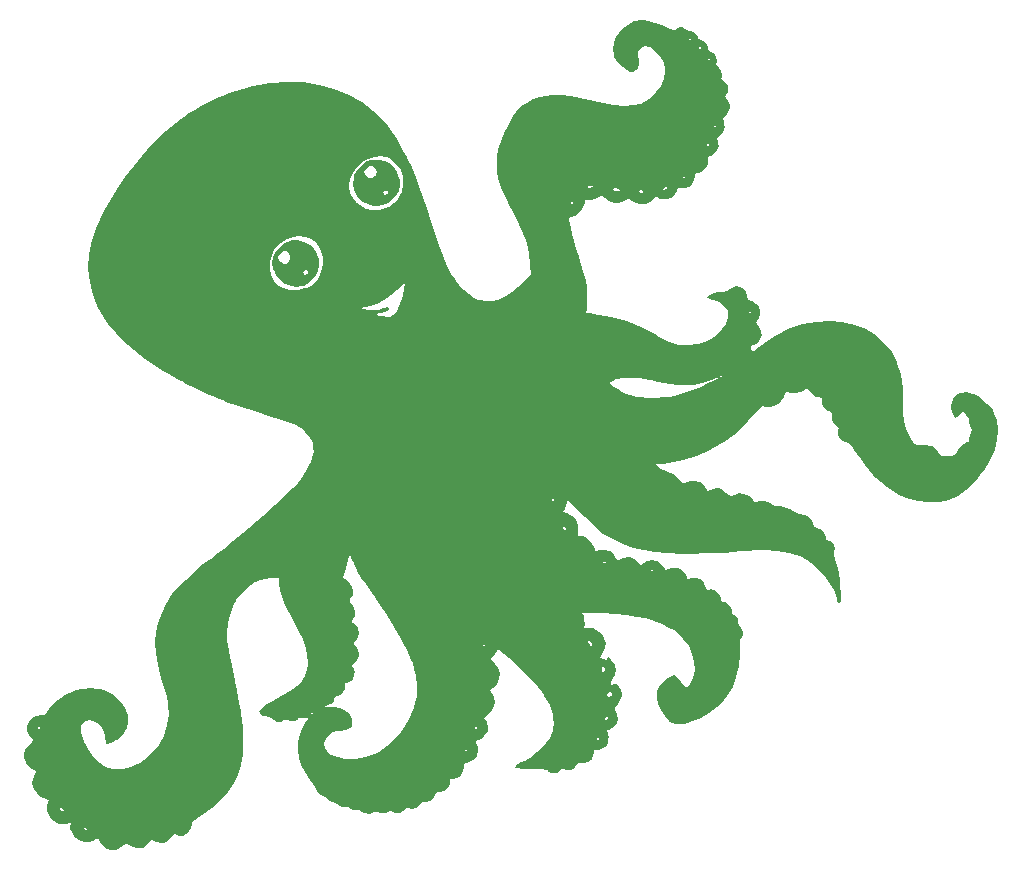
<source format=gbo>
G04 #@! TF.GenerationSoftware,KiCad,Pcbnew,6.0.9-8da3e8f707~117~ubuntu22.04.1*
G04 #@! TF.CreationDate,2022-12-03T17:44:34-08:00*
G04 #@! TF.ProjectId,ch348_octo_serial,63683334-385f-46f6-9374-6f5f73657269,rev?*
G04 #@! TF.SameCoordinates,Original*
G04 #@! TF.FileFunction,Legend,Bot*
G04 #@! TF.FilePolarity,Positive*
%FSLAX46Y46*%
G04 Gerber Fmt 4.6, Leading zero omitted, Abs format (unit mm)*
G04 Created by KiCad (PCBNEW 6.0.9-8da3e8f707~117~ubuntu22.04.1) date 2022-12-03 17:44:34*
%MOMM*%
%LPD*%
G01*
G04 APERTURE LIST*
G04 APERTURE END LIST*
G04 #@! TO.C,H2*
G36*
X98121598Y-68581936D02*
G01*
X98421373Y-68646644D01*
X98914913Y-68900986D01*
X99163480Y-69125505D01*
X99461840Y-69567033D01*
X99643307Y-70079670D01*
X99656848Y-70226536D01*
X99692494Y-70613195D01*
X99594013Y-71117386D01*
X99408252Y-71460847D01*
X99122626Y-71820929D01*
X98793581Y-72134514D01*
X98476732Y-72340708D01*
X98408746Y-72366729D01*
X98124865Y-72432825D01*
X97807241Y-72464970D01*
X97366134Y-72431195D01*
X96824503Y-72249006D01*
X96367241Y-71930732D01*
X96017222Y-71499247D01*
X95914735Y-71256049D01*
X98348446Y-71256049D01*
X98396310Y-71402684D01*
X98497404Y-71463787D01*
X98649103Y-71406470D01*
X98720401Y-71308526D01*
X98736920Y-71146465D01*
X98620816Y-71049889D01*
X98569621Y-71044715D01*
X98421671Y-71112441D01*
X98348446Y-71256049D01*
X95914735Y-71256049D01*
X95797319Y-70977423D01*
X95730407Y-70388136D01*
X95751755Y-70114165D01*
X95784810Y-69991501D01*
X96241048Y-69991501D01*
X96298855Y-70170567D01*
X96481950Y-70371929D01*
X96735022Y-70506619D01*
X96798931Y-70520182D01*
X97013131Y-70473864D01*
X97170569Y-70310148D01*
X97251529Y-70077411D01*
X97236297Y-69824029D01*
X97105158Y-69598375D01*
X96930578Y-69474762D01*
X96692151Y-69466907D01*
X96439897Y-69638705D01*
X96301679Y-69820453D01*
X96241048Y-69991501D01*
X95784810Y-69991501D01*
X95847004Y-69760709D01*
X96042859Y-69431935D01*
X96367369Y-69069785D01*
X96421871Y-69015924D01*
X96683940Y-68788906D01*
X96933274Y-68652905D01*
X97250621Y-68561447D01*
X97298970Y-68551356D01*
X97859781Y-68525420D01*
X98121598Y-68581936D01*
G37*
G36*
X104828279Y-61712527D02*
G01*
X105160338Y-61778730D01*
X105233959Y-61793408D01*
X105605440Y-61967870D01*
X106009207Y-62313698D01*
X106309110Y-62761045D01*
X106488400Y-63273742D01*
X106496198Y-63374525D01*
X106530329Y-63815623D01*
X106418147Y-64350519D01*
X106274729Y-64627200D01*
X105946906Y-65011871D01*
X105525371Y-65338287D01*
X105061751Y-65568932D01*
X104607669Y-65666287D01*
X104252522Y-65628164D01*
X103823193Y-65497374D01*
X103414950Y-65304077D01*
X103107037Y-65079271D01*
X102874845Y-64773289D01*
X102741990Y-64461851D01*
X105123275Y-64461851D01*
X105190943Y-64598645D01*
X105305002Y-64666047D01*
X105456929Y-64598644D01*
X105508765Y-64513319D01*
X105478318Y-64392405D01*
X105354391Y-64331419D01*
X105190943Y-64375610D01*
X105123275Y-64461851D01*
X102741990Y-64461851D01*
X102671180Y-64295859D01*
X102575543Y-63767000D01*
X102605036Y-63249060D01*
X102640093Y-63086510D01*
X102729752Y-62812018D01*
X102777565Y-62736023D01*
X103524211Y-62736023D01*
X103579516Y-62910858D01*
X103665572Y-63048763D01*
X103929392Y-63234501D01*
X104018874Y-63261808D01*
X104200400Y-63246190D01*
X104393838Y-63095947D01*
X104488502Y-62977527D01*
X104558755Y-62719641D01*
X104462891Y-62476177D01*
X104208749Y-62281625D01*
X104054754Y-62228087D01*
X103906021Y-62263190D01*
X103720319Y-62422428D01*
X103575091Y-62586492D01*
X103524211Y-62736023D01*
X102777565Y-62736023D01*
X102873061Y-62584241D01*
X103114017Y-62323138D01*
X103312922Y-62136310D01*
X103556661Y-61936013D01*
X103736793Y-61820058D01*
X103954916Y-61750701D01*
X104374591Y-61698779D01*
X104828279Y-61712527D01*
G37*
G36*
X133389225Y-60887042D02*
G01*
X133155315Y-61177084D01*
X132825282Y-61359393D01*
X132791002Y-61370248D01*
X132662709Y-61439762D01*
X132607257Y-61571415D01*
X132595297Y-61824577D01*
X132583783Y-62032814D01*
X132502977Y-62272345D01*
X132308817Y-62506605D01*
X132051623Y-62711776D01*
X131761058Y-62820550D01*
X131743315Y-62822432D01*
X131574177Y-62854784D01*
X131506551Y-62942846D01*
X131488322Y-63149465D01*
X131447860Y-63394664D01*
X131270339Y-63741864D01*
X130988249Y-64002952D01*
X130640597Y-64146300D01*
X130266392Y-64140278D01*
X130223291Y-64130708D01*
X130042374Y-64119896D01*
X129984626Y-64173941D01*
X129960508Y-64365808D01*
X129825527Y-64610247D01*
X129619525Y-64838131D01*
X129385274Y-64991139D01*
X129260741Y-65032873D01*
X128901801Y-65075025D01*
X128560890Y-65022494D01*
X128310398Y-64882590D01*
X128287509Y-64860126D01*
X128186173Y-64793344D01*
X128090869Y-64839496D01*
X127949249Y-65018242D01*
X127714744Y-65255902D01*
X127337390Y-65443665D01*
X126919959Y-65493746D01*
X126510122Y-65402240D01*
X126155550Y-65165240D01*
X126111886Y-65122200D01*
X125968671Y-65014216D01*
X125836262Y-65024752D01*
X125638927Y-65151847D01*
X125513872Y-65231741D01*
X125090067Y-65379618D01*
X124650760Y-65378403D01*
X124242296Y-65233501D01*
X123911020Y-64950319D01*
X123840699Y-64864269D01*
X123724930Y-64771324D01*
X123592064Y-64787255D01*
X123374243Y-64906528D01*
X123025066Y-65048126D01*
X122591525Y-65103861D01*
X122369181Y-65103043D01*
X122216927Y-65124870D01*
X122163230Y-65195974D01*
X122161962Y-65341918D01*
X122132506Y-65570975D01*
X121971176Y-65908616D01*
X121707922Y-66217153D01*
X121385343Y-66450057D01*
X121046039Y-66560795D01*
X120979939Y-66579280D01*
X120879429Y-66686327D01*
X120870833Y-66784970D01*
X120898758Y-67082752D01*
X120977442Y-67507198D01*
X121099947Y-68029788D01*
X121259342Y-68622000D01*
X121448694Y-69255315D01*
X121661065Y-69901212D01*
X121663540Y-69908391D01*
X121966158Y-70839057D01*
X122185944Y-71646998D01*
X122328348Y-72367715D01*
X122398817Y-73036705D01*
X122402805Y-73689471D01*
X122345757Y-74361512D01*
X122305092Y-74690408D01*
X122645623Y-74726028D01*
X122682931Y-74729931D01*
X122856613Y-74749030D01*
X124372566Y-75000350D01*
X125785425Y-75391688D01*
X127088579Y-75920849D01*
X128275415Y-76585640D01*
X128474748Y-76710614D01*
X129302939Y-77128058D01*
X130116049Y-77367470D01*
X130924182Y-77429890D01*
X131737442Y-77316361D01*
X132565935Y-77027924D01*
X132855712Y-76880548D01*
X133374499Y-76516323D01*
X133803366Y-76079737D01*
X134120807Y-75599957D01*
X134305321Y-75106154D01*
X134335406Y-74627499D01*
X134288175Y-74475872D01*
X136054408Y-74475872D01*
X136058344Y-74601553D01*
X136096509Y-74660800D01*
X136175758Y-74675836D01*
X136213001Y-74609007D01*
X136192958Y-74488381D01*
X136093882Y-74446589D01*
X136054408Y-74475872D01*
X134288175Y-74475872D01*
X134258887Y-74381847D01*
X134007294Y-74068535D01*
X133598274Y-73793193D01*
X133045137Y-73566765D01*
X132799495Y-73484967D01*
X132607616Y-73404762D01*
X132542219Y-73340754D01*
X132575447Y-73275679D01*
X132645471Y-73230526D01*
X135031226Y-73230526D01*
X135058070Y-73277868D01*
X135159233Y-73348407D01*
X135180137Y-73325516D01*
X135108733Y-73230526D01*
X135035411Y-73177747D01*
X135031226Y-73230526D01*
X132645471Y-73230526D01*
X132776664Y-73145929D01*
X133106042Y-73020487D01*
X133479198Y-72933415D01*
X133824125Y-72906031D01*
X133915894Y-72906703D01*
X134209771Y-72854142D01*
X134443015Y-72691039D01*
X134615541Y-72554615D01*
X134956512Y-72429744D01*
X135300278Y-72449338D01*
X135606224Y-72598817D01*
X135668251Y-72671008D01*
X135833732Y-72863604D01*
X135942188Y-73229123D01*
X135947897Y-73292396D01*
X135982243Y-73495972D01*
X136058831Y-73589886D01*
X136217961Y-73633185D01*
X136394924Y-73696380D01*
X136673372Y-73895979D01*
X136725171Y-73956167D01*
X136904497Y-74164536D01*
X137025684Y-74439544D01*
X137028674Y-74458172D01*
X137017428Y-74783883D01*
X136918144Y-75121715D01*
X136758018Y-75376469D01*
X136694438Y-75472572D01*
X136728710Y-75589974D01*
X136888056Y-75769457D01*
X136959668Y-75850396D01*
X137122517Y-76186623D01*
X137136338Y-76423545D01*
X137144105Y-76556688D01*
X137035980Y-76914549D01*
X136809686Y-77214167D01*
X136476769Y-77409501D01*
X136440465Y-77421700D01*
X136265058Y-77494250D01*
X136252701Y-77518876D01*
X136222836Y-77578396D01*
X136234508Y-77610504D01*
X136278484Y-77731484D01*
X136281818Y-77738870D01*
X136313450Y-77808933D01*
X136395151Y-77954415D01*
X136473257Y-77959075D01*
X136602275Y-77841422D01*
X136678432Y-77772918D01*
X136893462Y-77597288D01*
X137189181Y-77366921D01*
X137525197Y-77113661D01*
X138290880Y-76602750D01*
X139396902Y-76040407D01*
X140553759Y-75641259D01*
X141742778Y-75411359D01*
X142945286Y-75356760D01*
X143980621Y-75452110D01*
X145021487Y-75695382D01*
X145970107Y-76077538D01*
X146815216Y-76591626D01*
X147545550Y-77230698D01*
X148149844Y-77987803D01*
X148616835Y-78855993D01*
X148644302Y-78921001D01*
X148817888Y-79392373D01*
X148943990Y-79876204D01*
X149029538Y-80414467D01*
X149081464Y-81049135D01*
X149106700Y-81822180D01*
X149124685Y-82567040D01*
X149156735Y-83210837D01*
X149207367Y-83732351D01*
X149281937Y-84161954D01*
X149385800Y-84530018D01*
X149524312Y-84866917D01*
X149702829Y-85203022D01*
X149776512Y-85327842D01*
X149986118Y-85638359D01*
X150170353Y-85812576D01*
X150362669Y-85874667D01*
X150596520Y-85848804D01*
X150713999Y-85832600D01*
X151047969Y-85848364D01*
X151395383Y-85927711D01*
X151572807Y-85990401D01*
X151790593Y-86096273D01*
X151946730Y-86244035D01*
X152113826Y-86490569D01*
X152266246Y-86718237D01*
X152382355Y-86838728D01*
X152468516Y-86846400D01*
X152538243Y-86826379D01*
X152757951Y-86794517D01*
X153048589Y-86771676D01*
X153262342Y-86757527D01*
X153455834Y-86718456D01*
X153568904Y-86630327D01*
X153661097Y-86463145D01*
X153771122Y-86267928D01*
X154009730Y-85970145D01*
X154276702Y-85742957D01*
X154522094Y-85634436D01*
X154626795Y-85612192D01*
X154721161Y-85531434D01*
X154747172Y-85338603D01*
X154785475Y-85112316D01*
X154891852Y-84841837D01*
X154963799Y-84621147D01*
X154880216Y-84421002D01*
X154777553Y-84205734D01*
X154732839Y-83934954D01*
X154684035Y-83674017D01*
X154467513Y-83324396D01*
X154202187Y-83012872D01*
X153907885Y-83327945D01*
X153892272Y-83344598D01*
X153698692Y-83526350D01*
X153564054Y-83564566D01*
X153451151Y-83449219D01*
X153322777Y-83170285D01*
X153306287Y-83128227D01*
X153206174Y-82650058D01*
X153259807Y-82193343D01*
X153462690Y-81802041D01*
X153685425Y-81586440D01*
X154047033Y-81424591D01*
X154492103Y-81409255D01*
X155035712Y-81537901D01*
X155160857Y-81580832D01*
X155429973Y-81690290D01*
X155654010Y-81823475D01*
X155888394Y-82017481D01*
X156188554Y-82309400D01*
X156265142Y-82386790D01*
X156534438Y-82674161D01*
X156713657Y-82908379D01*
X156839975Y-83144477D01*
X156950567Y-83437491D01*
X157038823Y-83737581D01*
X157156265Y-84567497D01*
X157105364Y-85428369D01*
X156889665Y-86303463D01*
X156512710Y-87176049D01*
X155978044Y-88029395D01*
X155921184Y-88106622D01*
X155211703Y-88969549D01*
X154496016Y-89653539D01*
X153771403Y-90160871D01*
X153035142Y-90493823D01*
X152294195Y-90672360D01*
X151363567Y-90728820D01*
X150388285Y-90616914D01*
X149379581Y-90337122D01*
X149278801Y-90298719D01*
X148812701Y-90076218D01*
X148284127Y-89768946D01*
X147745935Y-89411471D01*
X147250983Y-89038361D01*
X146852131Y-88684187D01*
X146814134Y-88645327D01*
X146566160Y-88367602D01*
X146253779Y-87989886D01*
X145907362Y-87551840D01*
X145557280Y-87093123D01*
X145233903Y-86653398D01*
X144967598Y-86272324D01*
X144788737Y-85989563D01*
X144725378Y-85890728D01*
X144543873Y-85723381D01*
X144253722Y-85596355D01*
X144021305Y-85504555D01*
X143849608Y-85377837D01*
X143722588Y-85177715D01*
X143715811Y-85163834D01*
X143640287Y-84895522D01*
X143650000Y-84649837D01*
X143659184Y-84618318D01*
X143676453Y-84463762D01*
X143602943Y-84335184D01*
X143407451Y-84170986D01*
X143318953Y-84101884D01*
X143168858Y-83948567D01*
X143105412Y-83771004D01*
X143092327Y-83490877D01*
X143091703Y-83399739D01*
X143073499Y-83171701D01*
X143014542Y-83061316D01*
X142894048Y-83019137D01*
X142738544Y-82965859D01*
X142531870Y-82823975D01*
X142486670Y-82770684D01*
X142367652Y-82552270D01*
X142281539Y-82291774D01*
X142246703Y-82056106D01*
X142281514Y-81912174D01*
X142289901Y-81898690D01*
X142225709Y-81850448D01*
X142036746Y-81825883D01*
X141992221Y-81823815D01*
X141783481Y-81782466D01*
X141586130Y-81665537D01*
X141338938Y-81439089D01*
X140962167Y-81062317D01*
X140674921Y-81266532D01*
X140378961Y-81409297D01*
X140008817Y-81488691D01*
X139646686Y-81490709D01*
X139366373Y-81407407D01*
X139254190Y-81345870D01*
X139180004Y-81360303D01*
X139159299Y-81524720D01*
X139153181Y-81572537D01*
X139040643Y-81833347D01*
X138804676Y-82148941D01*
X138764425Y-82193513D01*
X138368704Y-82515013D01*
X137944327Y-82657839D01*
X137492452Y-82621577D01*
X137213937Y-82546180D01*
X135994534Y-83816790D01*
X135791416Y-84027898D01*
X135386410Y-84442744D01*
X135060971Y-84762550D01*
X134784646Y-85014278D01*
X134526979Y-85224891D01*
X134257517Y-85421354D01*
X133945803Y-85630626D01*
X133803699Y-85722490D01*
X132612876Y-86394540D01*
X131403723Y-86897527D01*
X130146434Y-87241945D01*
X128811207Y-87438288D01*
X128174379Y-87496167D01*
X128547997Y-87790657D01*
X128661844Y-87871859D01*
X129023786Y-88070438D01*
X129387130Y-88206648D01*
X129447056Y-88222654D01*
X129732927Y-88322733D01*
X129943305Y-88466888D01*
X130163376Y-88710401D01*
X130474105Y-89092652D01*
X130885837Y-88973828D01*
X130986276Y-88947561D01*
X131487098Y-88904278D01*
X131921770Y-89015267D01*
X132269318Y-89271605D01*
X132508765Y-89664365D01*
X132512291Y-89673224D01*
X132589201Y-89763977D01*
X132707797Y-89689840D01*
X132777906Y-89644113D01*
X133008949Y-89571244D01*
X133303069Y-89533724D01*
X133553598Y-89530965D01*
X133744767Y-89570342D01*
X133919702Y-89683115D01*
X134147914Y-89899366D01*
X134187082Y-89938487D01*
X134389820Y-90131707D01*
X134521339Y-90216064D01*
X134630043Y-90209741D01*
X134764334Y-90130920D01*
X134862224Y-90073484D01*
X135257856Y-89962366D01*
X135675278Y-89999278D01*
X136066149Y-90173907D01*
X136382122Y-90475946D01*
X136427210Y-90537256D01*
X136559788Y-90677382D01*
X136701254Y-90702121D01*
X136930942Y-90634378D01*
X136938313Y-90631811D01*
X137313318Y-90588442D01*
X137701402Y-90679374D01*
X138020805Y-90885748D01*
X138131417Y-90942875D01*
X138380525Y-91008354D01*
X138695813Y-91054436D01*
X138738144Y-91058501D01*
X139072068Y-91099298D01*
X139310593Y-91161584D01*
X139531558Y-91273977D01*
X139812804Y-91465095D01*
X139823640Y-91472660D01*
X140113314Y-91616905D01*
X140418250Y-91693530D01*
X140802314Y-91758066D01*
X141196824Y-91930158D01*
X141440459Y-92200367D01*
X141535202Y-92570249D01*
X141535397Y-92574113D01*
X141558564Y-92732618D01*
X141644381Y-92816797D01*
X141850059Y-92883582D01*
X141873773Y-92890263D01*
X142224882Y-93062317D01*
X142465362Y-93322519D01*
X142560080Y-93633749D01*
X142560715Y-93653220D01*
X142581843Y-93829278D01*
X142666439Y-93918686D01*
X142871096Y-93985442D01*
X143020234Y-94032959D01*
X143178780Y-94141951D01*
X143290617Y-94349646D01*
X143343096Y-94620834D01*
X143304555Y-94898508D01*
X143265382Y-95150523D01*
X143348271Y-95507493D01*
X143362047Y-95540705D01*
X143471478Y-95875640D01*
X143576557Y-96309552D01*
X143672889Y-96807933D01*
X143756080Y-97336279D01*
X143821734Y-97860082D01*
X143865456Y-98344837D01*
X143882853Y-98756036D01*
X143869528Y-99059175D01*
X143821087Y-99219745D01*
X143793093Y-99243031D01*
X143679319Y-99227756D01*
X143574329Y-99097506D01*
X143521803Y-98899078D01*
X143521673Y-98896761D01*
X143438919Y-98546099D01*
X143240740Y-98112431D01*
X142950769Y-97628807D01*
X142592638Y-97128278D01*
X142189980Y-96643890D01*
X141766426Y-96208695D01*
X141345611Y-95855741D01*
X141145350Y-95717972D01*
X140362192Y-95304837D01*
X139466004Y-94999204D01*
X138488654Y-94810174D01*
X137462011Y-94746846D01*
X137375589Y-94748105D01*
X137034927Y-94761348D01*
X136564133Y-94787144D01*
X136000053Y-94823194D01*
X135379531Y-94867195D01*
X134739411Y-94916848D01*
X134009681Y-94968312D01*
X133159690Y-95014674D01*
X132283500Y-95051037D01*
X131450006Y-95074559D01*
X130728098Y-95082397D01*
X130420103Y-95080533D01*
X129221718Y-95040282D01*
X128157530Y-94942770D01*
X127194854Y-94781428D01*
X126301005Y-94549685D01*
X125443295Y-94240975D01*
X124589040Y-93848730D01*
X123682755Y-93390872D01*
X122194753Y-91960563D01*
X120706751Y-90530252D01*
X120673186Y-90811255D01*
X120614284Y-91054442D01*
X120493624Y-91320438D01*
X120347626Y-91548620D01*
X120708591Y-91657671D01*
X121130849Y-91865606D01*
X121164487Y-91901732D01*
X121441273Y-92198982D01*
X121612611Y-92632515D01*
X121631781Y-93145134D01*
X121585523Y-93556692D01*
X121867908Y-93565507D01*
X121931797Y-93571617D01*
X122242455Y-93687447D01*
X122429065Y-93821372D01*
X122558704Y-93914409D01*
X122631159Y-93993456D01*
X122826953Y-94207064D01*
X122993609Y-94519969D01*
X123010420Y-94571286D01*
X123081854Y-94757575D01*
X123127912Y-94828780D01*
X123347608Y-94783157D01*
X123886441Y-94755046D01*
X124325099Y-94874889D01*
X124616116Y-95102588D01*
X124671559Y-95145968D01*
X124933804Y-95571566D01*
X124953729Y-95611270D01*
X125036133Y-95659921D01*
X125170796Y-95559080D01*
X125203125Y-95531213D01*
X125449461Y-95422406D01*
X125798259Y-95371008D01*
X125971542Y-95366618D01*
X126197276Y-95392999D01*
X126378505Y-95491654D01*
X126596263Y-95695537D01*
X126934970Y-96039970D01*
X127162925Y-95835636D01*
X127430178Y-95657072D01*
X127828502Y-95567986D01*
X128253206Y-95655705D01*
X128491002Y-95783814D01*
X128589395Y-95876014D01*
X128732506Y-96010118D01*
X128981782Y-96363464D01*
X129054326Y-96414030D01*
X129210070Y-96366127D01*
X129271986Y-96334060D01*
X129505689Y-96277922D01*
X129797634Y-96258789D01*
X130058519Y-96278395D01*
X130291046Y-96363707D01*
X130487674Y-96528382D01*
X130516737Y-96552722D01*
X130586420Y-96627760D01*
X130749008Y-96854098D01*
X130823117Y-97040845D01*
X130858544Y-97182782D01*
X130945187Y-97190735D01*
X131217382Y-97115902D01*
X131596377Y-97127844D01*
X131950210Y-97244687D01*
X131954600Y-97247056D01*
X132169113Y-97384423D01*
X132296331Y-97546774D01*
X132396713Y-97810759D01*
X132441098Y-97948637D01*
X132508781Y-98113417D01*
X132575038Y-98159407D01*
X132672532Y-98123668D01*
X132860774Y-98084501D01*
X133130347Y-98156282D01*
X133389918Y-98332345D01*
X133592215Y-98578460D01*
X133689963Y-98860395D01*
X133714240Y-99023385D01*
X133781025Y-99120348D01*
X133937594Y-99146514D01*
X134062921Y-99170345D01*
X134325375Y-99329863D01*
X134522467Y-99591338D01*
X134605513Y-99899858D01*
X134615398Y-100036565D01*
X134675654Y-100188684D01*
X134824920Y-100266106D01*
X134956801Y-100325520D01*
X135135741Y-100542567D01*
X135183132Y-100880287D01*
X135216186Y-101075304D01*
X135385664Y-101336122D01*
X135434401Y-101390129D01*
X135575113Y-101670029D01*
X135584033Y-101963899D01*
X135456043Y-102208309D01*
X135428309Y-102247886D01*
X135361784Y-102480874D01*
X135317361Y-102882206D01*
X135296191Y-103443014D01*
X135294819Y-103520675D01*
X135216034Y-104581281D01*
X135022150Y-105516771D01*
X134705698Y-106347094D01*
X134259208Y-107092201D01*
X133675209Y-107772043D01*
X133375159Y-108061345D01*
X133044408Y-108339996D01*
X132701073Y-108571054D01*
X132274536Y-108806681D01*
X132006662Y-108942317D01*
X131298810Y-109258052D01*
X130701628Y-109450358D01*
X130200875Y-109521771D01*
X129782311Y-109474821D01*
X129431692Y-109312038D01*
X129299236Y-109211337D01*
X128934176Y-108821555D01*
X128631711Y-108336618D01*
X128413710Y-107805806D01*
X128302040Y-107278398D01*
X128318571Y-106803671D01*
X128413390Y-106512127D01*
X128670800Y-106081625D01*
X129022582Y-105713392D01*
X129419672Y-105466988D01*
X129452939Y-105453584D01*
X129713216Y-105381057D01*
X129915393Y-105416386D01*
X130101749Y-105579587D01*
X130314560Y-105890678D01*
X130411764Y-106045634D01*
X130545330Y-106226293D01*
X130657283Y-106306616D01*
X130789496Y-106324884D01*
X130807021Y-106324729D01*
X130945177Y-106297733D01*
X131056734Y-106193430D01*
X131191589Y-105967470D01*
X131359197Y-105580856D01*
X131489271Y-104930676D01*
X131463875Y-104246291D01*
X131287988Y-103554587D01*
X130966586Y-102882453D01*
X130504647Y-102256779D01*
X130322022Y-102060477D01*
X130039172Y-101800742D01*
X129717175Y-101570749D01*
X129291789Y-101320928D01*
X128692255Y-101015997D01*
X128056476Y-100756062D01*
X127380328Y-100548344D01*
X126635871Y-100386826D01*
X125795162Y-100265485D01*
X124830262Y-100178307D01*
X123713229Y-100119271D01*
X121977668Y-100051472D01*
X122075919Y-100361977D01*
X122141165Y-100669884D01*
X122163133Y-100996247D01*
X122152096Y-101320015D01*
X122571392Y-101326564D01*
X122724574Y-101333264D01*
X122946016Y-101378807D01*
X123152675Y-101494213D01*
X123413666Y-101711033D01*
X123439210Y-101733965D01*
X123496024Y-101790333D01*
X123690500Y-101983278D01*
X123835496Y-102196756D01*
X123915746Y-102434248D01*
X123934730Y-102659513D01*
X123878751Y-103047042D01*
X123744730Y-103426767D01*
X123556692Y-103713124D01*
X123515689Y-103755757D01*
X123468889Y-103835240D01*
X123536437Y-103895345D01*
X123746878Y-103975443D01*
X123803132Y-103994443D01*
X124001113Y-104030902D01*
X124048898Y-103965790D01*
X124044295Y-103883749D01*
X124119010Y-103843777D01*
X124275950Y-103923539D01*
X124399168Y-104033689D01*
X124489422Y-104114371D01*
X124744083Y-104477200D01*
X124836227Y-104883432D01*
X124751024Y-105321150D01*
X124488474Y-105793740D01*
X124385351Y-105971866D01*
X124362601Y-106135107D01*
X124460763Y-106190078D01*
X124666946Y-106113668D01*
X124671751Y-106110877D01*
X124792769Y-106070528D01*
X124906669Y-106130683D01*
X124972652Y-106208579D01*
X125065261Y-106317907D01*
X125093783Y-106357370D01*
X125241134Y-106643989D01*
X125305432Y-106920394D01*
X125291654Y-107078979D01*
X125184844Y-107423609D01*
X125005916Y-107761954D01*
X124794425Y-108009690D01*
X124732309Y-108080850D01*
X124731309Y-108098396D01*
X124723966Y-108227220D01*
X124826892Y-108462186D01*
X124913318Y-108664587D01*
X124964694Y-109039329D01*
X124967824Y-109062155D01*
X124883968Y-109431084D01*
X124675150Y-109730060D01*
X124354771Y-109917769D01*
X124191571Y-109970856D01*
X124055847Y-110036373D01*
X124042765Y-110119306D01*
X124121901Y-110265024D01*
X124146597Y-110318246D01*
X124193692Y-110565708D01*
X124186504Y-110858379D01*
X124149571Y-111060153D01*
X124050994Y-111276714D01*
X123861559Y-111450488D01*
X123853805Y-111455988D01*
X123568500Y-111592669D01*
X123264194Y-111653246D01*
X122938426Y-111660248D01*
X122944082Y-111954661D01*
X122914394Y-112213125D01*
X122827819Y-112452699D01*
X122734615Y-112565719D01*
X122462363Y-112736609D01*
X122136921Y-112821041D01*
X121839208Y-112791301D01*
X121828080Y-112787206D01*
X121637115Y-112758307D01*
X121536972Y-112859637D01*
X121529780Y-112877129D01*
X121375831Y-113162032D01*
X121181137Y-113312796D01*
X120889900Y-113373754D01*
X120809922Y-113377907D01*
X120557298Y-113355922D01*
X120398241Y-113289467D01*
X120294136Y-113234829D01*
X120187678Y-113333425D01*
X120029641Y-113520302D01*
X119732393Y-113660486D01*
X119393501Y-113638716D01*
X119370055Y-113630956D01*
X119158168Y-113532335D01*
X119043153Y-113428867D01*
X119026675Y-113414318D01*
X118868728Y-113373424D01*
X118573836Y-113338910D01*
X118175326Y-113313947D01*
X117706525Y-113301706D01*
X117482315Y-113298574D01*
X116941352Y-113279000D01*
X116566174Y-113242039D01*
X116345522Y-113185258D01*
X116268139Y-113106221D01*
X116322768Y-113002495D01*
X116341268Y-112987019D01*
X116499249Y-112888184D01*
X116762846Y-112743751D01*
X117086135Y-112579186D01*
X117242115Y-112500608D01*
X117550797Y-112325816D01*
X117829703Y-112129071D01*
X118129112Y-111872647D01*
X118499301Y-111518817D01*
X118616568Y-111403216D01*
X118908731Y-111107274D01*
X119107012Y-110883195D01*
X119199550Y-110750019D01*
X123213265Y-110750019D01*
X123252376Y-110819594D01*
X123284929Y-110825854D01*
X123380666Y-110819594D01*
X123386925Y-110807298D01*
X123380665Y-110691305D01*
X123351830Y-110652194D01*
X123252376Y-110691305D01*
X123213265Y-110750019D01*
X119199550Y-110750019D01*
X119240436Y-110691177D01*
X119338027Y-110491416D01*
X119428809Y-110244108D01*
X119489538Y-110040109D01*
X119571586Y-109357667D01*
X119530108Y-109036514D01*
X123884177Y-109036514D01*
X123925895Y-109119760D01*
X123947895Y-109137000D01*
X124047948Y-109124152D01*
X124115432Y-109010836D01*
X124105052Y-108862175D01*
X124045930Y-108783775D01*
X123978379Y-108860558D01*
X123943984Y-108933456D01*
X123888577Y-109028789D01*
X123884177Y-109036514D01*
X119530108Y-109036514D01*
X119478713Y-108638582D01*
X119210472Y-107880731D01*
X118766421Y-107081991D01*
X118707477Y-107001701D01*
X124083569Y-107001701D01*
X124158256Y-107171201D01*
X124233338Y-107202853D01*
X124357113Y-107144631D01*
X124445065Y-107009768D01*
X124443939Y-106856862D01*
X124391969Y-106789262D01*
X124239276Y-106748139D01*
X124125975Y-106829770D01*
X124083569Y-107001701D01*
X118707477Y-107001701D01*
X118529294Y-106758990D01*
X118181665Y-106342715D01*
X117752789Y-105864290D01*
X117270417Y-105352511D01*
X116762300Y-104836178D01*
X116670649Y-104747067D01*
X123600478Y-104747067D01*
X123648915Y-104970756D01*
X123675058Y-105036956D01*
X123746603Y-105147075D01*
X123823199Y-105117196D01*
X123834244Y-105105069D01*
X123892690Y-104941732D01*
X123867685Y-104763363D01*
X123770080Y-104662777D01*
X123673602Y-104656217D01*
X123600478Y-104747067D01*
X116670649Y-104747067D01*
X116256188Y-104344092D01*
X115779831Y-103905051D01*
X115360981Y-103547855D01*
X115130605Y-103363817D01*
X114943148Y-103227512D01*
X114834526Y-103183902D01*
X114770132Y-103221176D01*
X114715358Y-103327524D01*
X114714240Y-103329996D01*
X114577520Y-103551409D01*
X114388953Y-103775135D01*
X114357596Y-103806644D01*
X114236314Y-103951732D01*
X114249300Y-104052805D01*
X114398125Y-104178919D01*
X114614057Y-104375625D01*
X114618771Y-104383086D01*
X114862845Y-104769323D01*
X114965890Y-105207303D01*
X114923159Y-105651530D01*
X114734612Y-106063966D01*
X114400218Y-106406578D01*
X114385815Y-106417039D01*
X114214491Y-106556392D01*
X114173899Y-106650822D01*
X114241845Y-106748204D01*
X114318983Y-106859906D01*
X114372173Y-106936932D01*
X114496571Y-107274692D01*
X114553579Y-107640573D01*
X114523355Y-107949872D01*
X114364006Y-108276698D01*
X114094268Y-108604334D01*
X113786181Y-108826255D01*
X113730815Y-108854156D01*
X113650274Y-108939769D01*
X113725753Y-109054478D01*
X113726624Y-109055881D01*
X113903043Y-109339486D01*
X113985729Y-109700572D01*
X113982743Y-109731584D01*
X113952410Y-110046672D01*
X113890063Y-110196770D01*
X113681780Y-110499885D01*
X113414331Y-110740632D01*
X113143032Y-110863207D01*
X113082987Y-110874805D01*
X112981862Y-110921981D01*
X112979758Y-111029783D01*
X113066486Y-111249645D01*
X113121554Y-111406753D01*
X113147131Y-111813442D01*
X113014907Y-112188112D01*
X112741550Y-112497151D01*
X112343729Y-112706953D01*
X112132095Y-112778793D01*
X111982503Y-112849510D01*
X111935761Y-112927075D01*
X111952221Y-113045803D01*
X111961332Y-113193348D01*
X111887441Y-113500192D01*
X111729080Y-113797003D01*
X111522063Y-114004001D01*
X111310699Y-114095607D01*
X111029250Y-114151554D01*
X110753871Y-114164827D01*
X110744883Y-114452758D01*
X110725415Y-114597088D01*
X110568377Y-114905209D01*
X110285066Y-115129178D01*
X109911966Y-115234742D01*
X109848693Y-115240451D01*
X109645117Y-115274796D01*
X109551202Y-115351384D01*
X109507904Y-115510515D01*
X109507289Y-115513968D01*
X109367598Y-115841199D01*
X109099272Y-116048792D01*
X108722054Y-116121399D01*
X108507606Y-116133458D01*
X108317509Y-116206530D01*
X108159119Y-116379992D01*
X108118773Y-116431614D01*
X107850211Y-116640294D01*
X107541373Y-116712742D01*
X107247734Y-116633526D01*
X107146608Y-116583581D01*
X107021856Y-116599043D01*
X106884468Y-116753424D01*
X106808208Y-116840283D01*
X106525271Y-117000122D01*
X106190906Y-117027568D01*
X105868213Y-116912729D01*
X105816113Y-116881235D01*
X105633082Y-116828241D01*
X105479201Y-116918436D01*
X105478591Y-116919044D01*
X105234023Y-117047190D01*
X104921507Y-117059260D01*
X104614654Y-116952365D01*
X104462223Y-116897167D01*
X104294244Y-116948789D01*
X104156003Y-117037435D01*
X103870540Y-117092404D01*
X103567904Y-117051698D01*
X103329339Y-116917918D01*
X103135711Y-116785979D01*
X102899441Y-116790824D01*
X102676789Y-116805246D01*
X102413900Y-116707121D01*
X102239828Y-116513612D01*
X102169559Y-116453009D01*
X102002559Y-116497092D01*
X101932005Y-116528033D01*
X101676949Y-116535218D01*
X101419391Y-116435381D01*
X101241903Y-116254819D01*
X101139599Y-116147422D01*
X100882035Y-116097840D01*
X100769185Y-116094914D01*
X100579863Y-116024077D01*
X100396511Y-115829823D01*
X100211018Y-115635170D01*
X100020214Y-115567396D01*
X99875745Y-115534823D01*
X99670107Y-115390473D01*
X99501619Y-115186948D01*
X99431788Y-114985114D01*
X99429449Y-114964347D01*
X99350300Y-114789758D01*
X99177221Y-114529200D01*
X98935436Y-114221482D01*
X98639907Y-113839078D01*
X98220997Y-113112327D01*
X97974825Y-112362059D01*
X97895718Y-111573837D01*
X97924892Y-111136883D01*
X100098155Y-111136883D01*
X100142494Y-111479802D01*
X100355920Y-111795106D01*
X100734184Y-112072633D01*
X101273043Y-112302221D01*
X101890038Y-112443432D01*
X102705679Y-112464891D01*
X103563930Y-112314521D01*
X104458096Y-111992970D01*
X104539421Y-111955861D01*
X104719952Y-111862009D01*
X112052374Y-111862009D01*
X112134542Y-111800604D01*
X112183761Y-111736684D01*
X112219489Y-111589330D01*
X112185500Y-111528827D01*
X112119989Y-111575504D01*
X112059128Y-111749692D01*
X112054658Y-111771038D01*
X112052374Y-111862009D01*
X104719952Y-111862009D01*
X104836335Y-111801505D01*
X105115134Y-111615625D01*
X105422703Y-111364132D01*
X105805925Y-111012933D01*
X105879720Y-110943219D01*
X106206651Y-110630902D01*
X106445251Y-110387509D01*
X106630982Y-110167631D01*
X106799299Y-109925859D01*
X106801886Y-109921568D01*
X112860937Y-109921568D01*
X112887951Y-109960651D01*
X112985440Y-109925354D01*
X113025381Y-109869712D01*
X113021298Y-109761207D01*
X113004352Y-109747715D01*
X112896795Y-109757421D01*
X112881245Y-109777864D01*
X112860937Y-109921568D01*
X106801886Y-109921568D01*
X106985665Y-109616786D01*
X107225537Y-109195002D01*
X107309615Y-109042115D01*
X107720466Y-108115395D01*
X107831448Y-107676504D01*
X113438239Y-107676504D01*
X113438239Y-107740649D01*
X113502384Y-107740649D01*
X113502384Y-107676505D01*
X113438239Y-107676504D01*
X107831448Y-107676504D01*
X107953392Y-107194266D01*
X108009509Y-106264039D01*
X107889932Y-105310026D01*
X107839923Y-105141294D01*
X113711429Y-105141294D01*
X113734061Y-105258374D01*
X113768610Y-105324066D01*
X113826629Y-105359582D01*
X113821476Y-105232101D01*
X113808461Y-105193396D01*
X113734204Y-105121408D01*
X113711429Y-105141294D01*
X107839923Y-105141294D01*
X107595775Y-104317538D01*
X107483347Y-104032310D01*
X107107712Y-103204275D01*
X106796884Y-102607552D01*
X113526000Y-102607552D01*
X113547473Y-102733969D01*
X113587287Y-102843902D01*
X113650986Y-102919107D01*
X113695102Y-102895604D01*
X113691123Y-102784118D01*
X113601995Y-102648442D01*
X113581161Y-102629018D01*
X113526000Y-102607552D01*
X106796884Y-102607552D01*
X106696584Y-102414999D01*
X122437725Y-102414999D01*
X122480263Y-102547306D01*
X122535538Y-102663137D01*
X122631474Y-102813036D01*
X122728140Y-102856046D01*
X122796191Y-102780339D01*
X122780167Y-102632271D01*
X122729395Y-102556963D01*
X122562798Y-102432699D01*
X122501397Y-102408441D01*
X122437725Y-102414999D01*
X106696584Y-102414999D01*
X106626328Y-102280122D01*
X106053496Y-101285118D01*
X105403510Y-100244528D01*
X104690670Y-99183618D01*
X104398929Y-98764438D01*
X103976000Y-98155948D01*
X103637231Y-97665230D01*
X103370563Y-97272492D01*
X103273481Y-97124703D01*
X129805825Y-97124703D01*
X129807549Y-97141782D01*
X129891351Y-97210230D01*
X129920680Y-97200972D01*
X129891351Y-97124704D01*
X129852764Y-97095375D01*
X129805825Y-97124703D01*
X103273481Y-97124703D01*
X103163938Y-96957943D01*
X103005298Y-96701791D01*
X102913938Y-96539830D01*
X127767005Y-96539830D01*
X127788215Y-96556251D01*
X127934938Y-96579474D01*
X127969837Y-96565126D01*
X127974581Y-96490828D01*
X127953372Y-96474408D01*
X127806649Y-96451184D01*
X127771749Y-96465532D01*
X127767005Y-96539830D01*
X102913938Y-96539830D01*
X102882583Y-96484245D01*
X102783734Y-96285515D01*
X102696693Y-96085808D01*
X102609400Y-95865332D01*
X102597536Y-95834239D01*
X123725890Y-95834239D01*
X123747100Y-95850659D01*
X123893822Y-95873882D01*
X123928722Y-95859535D01*
X123933467Y-95785236D01*
X123912257Y-95768816D01*
X123765533Y-95745593D01*
X123730634Y-95759940D01*
X123725890Y-95834239D01*
X102597536Y-95834239D01*
X102509796Y-95604298D01*
X102304852Y-95066799D01*
X102234434Y-95285527D01*
X102218303Y-95338019D01*
X102150441Y-95575610D01*
X102057989Y-95913032D01*
X101956109Y-96295292D01*
X101748202Y-97086330D01*
X102055017Y-97313124D01*
X102257739Y-97498844D01*
X102477491Y-97848796D01*
X102565976Y-98229038D01*
X102516075Y-98596778D01*
X102320663Y-98909227D01*
X102266577Y-99007728D01*
X102308237Y-99147934D01*
X102466029Y-99369074D01*
X102624595Y-99636939D01*
X102715099Y-100003577D01*
X102682821Y-100352821D01*
X102525152Y-100629078D01*
X102456368Y-100704587D01*
X102429467Y-100815840D01*
X102558836Y-100932059D01*
X102716573Y-101063028D01*
X102936526Y-101385935D01*
X103025383Y-101752160D01*
X102976083Y-102114385D01*
X102781570Y-102425291D01*
X102758836Y-102448149D01*
X102640889Y-102593052D01*
X102652645Y-102709344D01*
X102796635Y-102872067D01*
X102899748Y-102992734D01*
X102999891Y-103224510D01*
X103027556Y-103555466D01*
X103025847Y-103694123D01*
X102996318Y-103926305D01*
X102902298Y-104089572D01*
X102708298Y-104262522D01*
X102604359Y-104346803D01*
X102473496Y-104475792D01*
X102460035Y-104568060D01*
X102544437Y-104672499D01*
X102610890Y-104764954D01*
X102672370Y-104984000D01*
X102688500Y-105041472D01*
X102678377Y-105363049D01*
X102577837Y-105651004D01*
X102427052Y-105810356D01*
X102140465Y-105960205D01*
X102076332Y-105981865D01*
X101904756Y-106057343D01*
X101850679Y-106157830D01*
X101869328Y-106347232D01*
X101865304Y-106511087D01*
X101743077Y-106788572D01*
X101513714Y-107016737D01*
X101221628Y-107141141D01*
X101167501Y-107151794D01*
X101025958Y-107222616D01*
X100970590Y-107392179D01*
X100911709Y-107581257D01*
X100700117Y-107809279D01*
X100356718Y-107919777D01*
X100319958Y-107924616D01*
X100149124Y-107964424D01*
X100107527Y-108008607D01*
X100138704Y-108021591D01*
X100309850Y-108032575D01*
X100564851Y-108015893D01*
X100673150Y-108009058D01*
X101057322Y-108040914D01*
X101466455Y-108137364D01*
X101831787Y-108278939D01*
X102084557Y-108446169D01*
X102092943Y-108454708D01*
X102286972Y-108736316D01*
X102434074Y-109092360D01*
X102492406Y-109422663D01*
X102449477Y-109639315D01*
X102278387Y-109833766D01*
X101961783Y-109970151D01*
X101483714Y-110058524D01*
X101159246Y-110104415D01*
X100891167Y-110172220D01*
X100690825Y-110277402D01*
X100496645Y-110444010D01*
X100227149Y-110776511D01*
X100098155Y-111136883D01*
X97924892Y-111136883D01*
X97930479Y-111053203D01*
X98066186Y-110376464D01*
X98288201Y-109755704D01*
X98579179Y-109249900D01*
X98714892Y-109064984D01*
X98780351Y-108950795D01*
X98739812Y-108928257D01*
X98594905Y-108968165D01*
X98381017Y-108998430D01*
X98171977Y-108959488D01*
X98024159Y-108928946D01*
X97895548Y-109050217D01*
X97788870Y-109156337D01*
X97541092Y-109253617D01*
X97259593Y-109267077D01*
X97026021Y-109184138D01*
X96906328Y-109134159D01*
X96736192Y-109166169D01*
X96444128Y-109310287D01*
X96124388Y-109303920D01*
X95833965Y-109123202D01*
X95598490Y-108945313D01*
X95223198Y-108841976D01*
X94958162Y-108787278D01*
X94939579Y-108774446D01*
X98949021Y-108774446D01*
X98987138Y-108764816D01*
X99101902Y-108670747D01*
X99165529Y-108585350D01*
X99172051Y-108484318D01*
X99117858Y-108482136D01*
X99019171Y-108588016D01*
X98968216Y-108687861D01*
X98949021Y-108774446D01*
X94939579Y-108774446D01*
X94705118Y-108612549D01*
X94643490Y-108513184D01*
X94629807Y-108365135D01*
X94725095Y-108207031D01*
X94944156Y-108024373D01*
X95301792Y-107802658D01*
X95812805Y-107527387D01*
X96501023Y-107153331D01*
X97217440Y-106706110D01*
X97779368Y-106272125D01*
X98199590Y-105837681D01*
X98490898Y-105389081D01*
X98666077Y-104912634D01*
X98737914Y-104394642D01*
X98741473Y-104262013D01*
X98697101Y-103661407D01*
X98548208Y-103021400D01*
X98286374Y-102312864D01*
X97903182Y-101506674D01*
X97754957Y-101219691D01*
X97485619Y-100698106D01*
X97218453Y-100180609D01*
X96994014Y-99745748D01*
X96730596Y-99201720D01*
X96509528Y-98633117D01*
X96377363Y-98108673D01*
X96318182Y-97577320D01*
X96293892Y-97098528D01*
X95804325Y-97092701D01*
X95494670Y-97115096D01*
X95078798Y-97188090D01*
X94677844Y-97294993D01*
X94540589Y-97340453D01*
X94288239Y-97434282D01*
X94085342Y-97538595D01*
X93888049Y-97683418D01*
X93652513Y-97898780D01*
X93334886Y-98214711D01*
X93257751Y-98292617D01*
X92962157Y-98599277D01*
X92757622Y-98837900D01*
X92611233Y-99056020D01*
X92490077Y-99301168D01*
X92361243Y-99620880D01*
X92212731Y-100056281D01*
X92074340Y-100549898D01*
X91979261Y-100985967D01*
X91935376Y-101259681D01*
X91901337Y-101535758D01*
X91883958Y-101809056D01*
X91885747Y-102099567D01*
X91909216Y-102427278D01*
X91956875Y-102812182D01*
X92031234Y-103274268D01*
X92134804Y-103833524D01*
X92270094Y-104509943D01*
X92439616Y-105323512D01*
X92556125Y-105871821D01*
X92645880Y-106294225D01*
X92716506Y-106627993D01*
X92829140Y-107172258D01*
X92929744Y-107672435D01*
X93009446Y-108084130D01*
X93059373Y-108362952D01*
X93095970Y-108598822D01*
X93228392Y-109796801D01*
X93266009Y-110937657D01*
X93210672Y-112000816D01*
X93064233Y-112965703D01*
X92828543Y-113811745D01*
X92505453Y-114518367D01*
X92346429Y-114764714D01*
X91961000Y-115255099D01*
X91474714Y-115782143D01*
X90923192Y-116310563D01*
X90342060Y-116805082D01*
X89766940Y-117230420D01*
X88956710Y-117778520D01*
X88921152Y-118076208D01*
X88865007Y-118273740D01*
X88675923Y-118573838D01*
X88411261Y-118818055D01*
X88126755Y-118945411D01*
X87905214Y-118944095D01*
X87639208Y-118877707D01*
X87495501Y-118827057D01*
X87375598Y-118835812D01*
X87245975Y-118936352D01*
X87054410Y-119153290D01*
X86899294Y-119329612D01*
X86734568Y-119469283D01*
X86557190Y-119528401D01*
X86296352Y-119543408D01*
X85939176Y-119506785D01*
X85690959Y-119378206D01*
X85623394Y-119314030D01*
X85528154Y-119269903D01*
X85425339Y-119334733D01*
X85263814Y-119526238D01*
X85218625Y-119579993D01*
X84975163Y-119809090D01*
X84735797Y-119959257D01*
X84638164Y-119991220D01*
X84270810Y-120010526D01*
X83893745Y-119911718D01*
X83587353Y-119712098D01*
X83535027Y-119660883D01*
X83414012Y-119578414D01*
X83299559Y-119612340D01*
X83126690Y-119770963D01*
X82924353Y-119942634D01*
X82517810Y-120139909D01*
X82100893Y-120176316D01*
X81705162Y-120051926D01*
X81362182Y-119766814D01*
X81284126Y-119670201D01*
X81118985Y-119441561D01*
X81024622Y-119275172D01*
X81011321Y-119243161D01*
X80935561Y-119176234D01*
X80810347Y-119264940D01*
X80537724Y-119433174D01*
X80160038Y-119507608D01*
X79745520Y-119478450D01*
X79348827Y-119349944D01*
X79071116Y-119158403D01*
X82199776Y-119158403D01*
X82199777Y-119222548D01*
X82263922Y-119222548D01*
X82263922Y-119158404D01*
X82199776Y-119158403D01*
X79071116Y-119158403D01*
X79024615Y-119126331D01*
X78904907Y-118980288D01*
X78736824Y-118668602D01*
X78635329Y-118339689D01*
X78632459Y-118223760D01*
X79734881Y-118223760D01*
X79766263Y-118302092D01*
X79834166Y-118377850D01*
X79984482Y-118446397D01*
X79987904Y-118446365D01*
X80019826Y-118408120D01*
X79890652Y-118302093D01*
X79826188Y-118260986D01*
X79734881Y-118223760D01*
X78632459Y-118223760D01*
X78628623Y-118068852D01*
X78645550Y-117914642D01*
X78598984Y-117815327D01*
X78491385Y-117863509D01*
X78341919Y-117917234D01*
X78083264Y-117933605D01*
X77784178Y-117912965D01*
X77513233Y-117855853D01*
X77422020Y-117821444D01*
X77079589Y-117584163D01*
X76827127Y-117233907D01*
X76681731Y-116815144D01*
X76671506Y-116601911D01*
X77714230Y-116601911D01*
X77740113Y-116726752D01*
X77863127Y-116865373D01*
X77925789Y-116889376D01*
X78051747Y-116887445D01*
X78052142Y-116784918D01*
X77920409Y-116610942D01*
X77793856Y-116493512D01*
X77727982Y-116481543D01*
X77714230Y-116601911D01*
X76671506Y-116601911D01*
X76660497Y-116372347D01*
X76780524Y-115949986D01*
X76773090Y-115925111D01*
X76652678Y-115847370D01*
X76429947Y-115759771D01*
X76169204Y-115649875D01*
X75788644Y-115366184D01*
X75530910Y-114999283D01*
X75409019Y-114582030D01*
X75414185Y-114498768D01*
X76433763Y-114498768D01*
X76444324Y-114582533D01*
X76504985Y-114657584D01*
X76533311Y-114628131D01*
X76505578Y-114498768D01*
X76497975Y-114482032D01*
X76447159Y-114404300D01*
X76433763Y-114498768D01*
X75414185Y-114498768D01*
X75435991Y-114147285D01*
X75624846Y-113727905D01*
X75715224Y-113581405D01*
X75727850Y-113474437D01*
X75620870Y-113416220D01*
X75609319Y-113412497D01*
X75376096Y-113273319D01*
X75120225Y-113034126D01*
X74896685Y-112753975D01*
X74760445Y-112491918D01*
X74733971Y-112391947D01*
X74730815Y-112122046D01*
X75794767Y-112122046D01*
X75806754Y-112270714D01*
X75851254Y-112348376D01*
X75877724Y-112289699D01*
X75856132Y-112122047D01*
X75823282Y-111996528D01*
X75801806Y-111971017D01*
X75794767Y-112122046D01*
X74730815Y-112122046D01*
X74728945Y-111962118D01*
X74884908Y-111544472D01*
X75188623Y-111179580D01*
X75191392Y-111177167D01*
X75390850Y-110988470D01*
X75462499Y-110871492D01*
X75426476Y-110793558D01*
X75417539Y-110786052D01*
X75119431Y-110435734D01*
X74977056Y-110049293D01*
X74977844Y-109857424D01*
X75913597Y-109857424D01*
X75935341Y-109962761D01*
X75994634Y-110039167D01*
X76028946Y-110004587D01*
X76041887Y-109857424D01*
X76020144Y-109752087D01*
X75960851Y-109675680D01*
X75926538Y-109710261D01*
X75913597Y-109857424D01*
X74977844Y-109857424D01*
X74978659Y-109658934D01*
X75112485Y-109296861D01*
X75366781Y-108995278D01*
X75729791Y-108786390D01*
X76189760Y-108702400D01*
X76416809Y-108684137D01*
X76548987Y-108614300D01*
X76631847Y-108455274D01*
X76633430Y-108451095D01*
X76792776Y-108186186D01*
X77068759Y-107871663D01*
X77420353Y-107545636D01*
X77806531Y-107246210D01*
X78186265Y-107011494D01*
X78363915Y-106921613D01*
X78956393Y-106680138D01*
X79044382Y-106644277D01*
X79705797Y-106496957D01*
X80414420Y-106463353D01*
X80974316Y-106505675D01*
X81211101Y-106561721D01*
X81614366Y-106657173D01*
X82164346Y-106930227D01*
X82660474Y-107338957D01*
X82913540Y-107620421D01*
X83267226Y-108167704D01*
X83471751Y-108730565D01*
X83526299Y-109286464D01*
X83430050Y-109812862D01*
X83182190Y-110287223D01*
X82781901Y-110687005D01*
X82730865Y-110723274D01*
X82495617Y-110866802D01*
X82219397Y-111011481D01*
X81951644Y-111134195D01*
X81741793Y-111211829D01*
X81639280Y-111221268D01*
X81627777Y-111159957D01*
X81611911Y-110960497D01*
X81598491Y-110674766D01*
X81586477Y-110490223D01*
X81505543Y-110124443D01*
X81330570Y-109813063D01*
X81050133Y-109511275D01*
X80686925Y-109276692D01*
X80312274Y-109169234D01*
X79961371Y-109198225D01*
X79669412Y-109372988D01*
X79592887Y-109476925D01*
X79513802Y-109782819D01*
X79538985Y-110179040D01*
X79655682Y-110636279D01*
X79815470Y-111035989D01*
X79851142Y-111125223D01*
X80112611Y-111616558D01*
X80427338Y-112080974D01*
X80782568Y-112489158D01*
X81165548Y-112811798D01*
X81385318Y-112955187D01*
X81512413Y-113018939D01*
X81846355Y-113186448D01*
X82299091Y-113296540D01*
X82809356Y-113305224D01*
X83049589Y-113286923D01*
X83403161Y-113236949D01*
X83717440Y-113147182D01*
X84055764Y-112997224D01*
X84481472Y-112766674D01*
X84824414Y-112554018D01*
X85535238Y-111967475D01*
X86111929Y-111268085D01*
X86544953Y-110471788D01*
X86824778Y-109594532D01*
X86941866Y-108652260D01*
X86945455Y-108484221D01*
X86932441Y-108072459D01*
X86881349Y-107654018D01*
X86784413Y-107188633D01*
X86633869Y-106636038D01*
X86421954Y-105955969D01*
X86307302Y-105591028D01*
X86015014Y-104496898D01*
X85841555Y-103507058D01*
X85788434Y-102595183D01*
X85857163Y-101734942D01*
X86049252Y-100900011D01*
X86366212Y-100064062D01*
X86809554Y-99200766D01*
X86885958Y-99068084D01*
X87068282Y-98764058D01*
X87240683Y-98506959D01*
X87431310Y-98262259D01*
X87668313Y-97995433D01*
X87979841Y-97671953D01*
X88394040Y-97257295D01*
X88815499Y-96845945D01*
X89308795Y-96390950D01*
X89723132Y-96045624D01*
X90079114Y-95792054D01*
X90177192Y-95727029D01*
X90504028Y-95493958D01*
X90909991Y-95188298D01*
X91352770Y-94842293D01*
X91590841Y-94649507D01*
X121814747Y-94649507D01*
X121835311Y-94687014D01*
X121975108Y-94809868D01*
X122008263Y-94798475D01*
X121927281Y-94697333D01*
X121830101Y-94618036D01*
X121814747Y-94649507D01*
X91590841Y-94649507D01*
X91790051Y-94488190D01*
X91947688Y-94358114D01*
X92396878Y-93989131D01*
X92837371Y-93629427D01*
X93225545Y-93314552D01*
X93517783Y-93080057D01*
X93708883Y-92922289D01*
X93990360Y-92680560D01*
X120266139Y-92680560D01*
X120320040Y-92829770D01*
X120358089Y-92908249D01*
X120465087Y-93057869D01*
X120541329Y-93071727D01*
X120559634Y-92937593D01*
X120526613Y-92826282D01*
X120383470Y-92682749D01*
X120312973Y-92656606D01*
X120266139Y-92680560D01*
X93990360Y-92680560D01*
X94035864Y-92641482D01*
X94448926Y-92279288D01*
X94922554Y-91858267D01*
X95431235Y-91400977D01*
X95949455Y-90929979D01*
X96194198Y-90705793D01*
X96432196Y-90485728D01*
X119403694Y-90485728D01*
X119425438Y-90591065D01*
X119484731Y-90667471D01*
X119519044Y-90632892D01*
X119531985Y-90485728D01*
X119510242Y-90380391D01*
X119450949Y-90303985D01*
X119416635Y-90338565D01*
X119403694Y-90485728D01*
X96432196Y-90485728D01*
X96739889Y-90201220D01*
X97169491Y-89795212D01*
X97497935Y-89472876D01*
X97740146Y-89219321D01*
X97864069Y-89074546D01*
X119275405Y-89074546D01*
X119339550Y-89074546D01*
X119339550Y-89010400D01*
X119275405Y-89010401D01*
X119275405Y-89074546D01*
X97864069Y-89074546D01*
X97911053Y-89019656D01*
X98025585Y-88858990D01*
X98118208Y-88715434D01*
X98286186Y-88475329D01*
X98410325Y-88322867D01*
X98585346Y-88094660D01*
X98787280Y-87741715D01*
X98977081Y-87336832D01*
X99125084Y-86943638D01*
X99201622Y-86625758D01*
X99211615Y-86476921D01*
X99194088Y-86079932D01*
X99129700Y-85703723D01*
X99061162Y-85476565D01*
X98952017Y-85245494D01*
X98781071Y-85017084D01*
X98510070Y-84731298D01*
X98412839Y-84634573D01*
X98203958Y-84440505D01*
X98011842Y-84299860D01*
X97788776Y-84186531D01*
X97487036Y-84074413D01*
X97058906Y-83937398D01*
X96270675Y-83689703D01*
X95352666Y-83396479D01*
X94477491Y-83111992D01*
X93666951Y-82843547D01*
X92942849Y-82598453D01*
X92326984Y-82384018D01*
X91841158Y-82207551D01*
X91507171Y-82076360D01*
X91427155Y-82042608D01*
X91036915Y-81880515D01*
X90674291Y-81733437D01*
X90408830Y-81629660D01*
X90398283Y-81625690D01*
X89847720Y-81394857D01*
X89180267Y-81077376D01*
X88427042Y-80690185D01*
X88214237Y-80574293D01*
X124289381Y-80574293D01*
X124298567Y-80606782D01*
X124421103Y-80745958D01*
X124656853Y-80931308D01*
X124968181Y-81138794D01*
X125317452Y-81344377D01*
X125667032Y-81524019D01*
X125979283Y-81653680D01*
X126351027Y-81747705D01*
X126571345Y-81778606D01*
X126895591Y-81824083D01*
X127518767Y-81866237D01*
X127885254Y-81869680D01*
X128167251Y-81872329D01*
X128787744Y-81840524D01*
X129326943Y-81768986D01*
X129697520Y-81686036D01*
X130262630Y-81530868D01*
X130873047Y-81338984D01*
X131473095Y-81129089D01*
X132007106Y-80919885D01*
X132419404Y-80730075D01*
X132436428Y-80721198D01*
X132750822Y-80562693D01*
X133017870Y-80437218D01*
X133181364Y-80371243D01*
X133353913Y-80299039D01*
X133443836Y-80215999D01*
X133398734Y-80161148D01*
X133277395Y-80181917D01*
X133085819Y-80272745D01*
X132683590Y-80461583D01*
X132107099Y-80632603D01*
X131450288Y-80752446D01*
X130764574Y-80814420D01*
X130101378Y-80811830D01*
X129512121Y-80737981D01*
X129375320Y-80709402D01*
X128904759Y-80610881D01*
X128379020Y-80500577D01*
X127888382Y-80397425D01*
X127713519Y-80361955D01*
X126849526Y-80228159D01*
X126063229Y-80175929D01*
X125382384Y-80205977D01*
X124834748Y-80319016D01*
X124575240Y-80413411D01*
X124368595Y-80508794D01*
X124289381Y-80574293D01*
X88214237Y-80574293D01*
X87619162Y-80250219D01*
X87416746Y-80134380D01*
X133590362Y-80134380D01*
X133613251Y-80155283D01*
X133708241Y-80083879D01*
X133761020Y-80010557D01*
X133708242Y-80006371D01*
X133660899Y-80033216D01*
X133590362Y-80134380D01*
X87416746Y-80134380D01*
X86954389Y-79869782D01*
X133975230Y-79869782D01*
X133984488Y-79899111D01*
X134060756Y-79869782D01*
X134090085Y-79831195D01*
X134060756Y-79784256D01*
X134043677Y-79785981D01*
X133975230Y-79869782D01*
X86954389Y-79869782D01*
X86787747Y-79774416D01*
X86475239Y-79586758D01*
X134387106Y-79586758D01*
X134398498Y-79619912D01*
X134499640Y-79538931D01*
X134578938Y-79441751D01*
X134547467Y-79426397D01*
X134509960Y-79446960D01*
X134387106Y-79586758D01*
X86475239Y-79586758D01*
X85963914Y-79279713D01*
X85178781Y-78783047D01*
X84912452Y-78593025D01*
X84488667Y-78252285D01*
X84003919Y-77831958D01*
X83491688Y-77363543D01*
X82985451Y-76878542D01*
X82518687Y-76408458D01*
X82124873Y-75984791D01*
X81837490Y-75639043D01*
X81633183Y-75357609D01*
X80997294Y-74305009D01*
X103263421Y-74305009D01*
X103413413Y-74361884D01*
X103455433Y-74374362D01*
X103837567Y-74433190D01*
X104298068Y-74438815D01*
X104754312Y-74394133D01*
X105123678Y-74302031D01*
X105240190Y-74261687D01*
X105466962Y-74218719D01*
X105578068Y-74257404D01*
X105585570Y-74340751D01*
X105472339Y-74485703D01*
X105227799Y-74619010D01*
X104882621Y-74720259D01*
X104477533Y-74802710D01*
X104795804Y-74907462D01*
X104797938Y-74908161D01*
X105122333Y-74985034D01*
X105455513Y-75023571D01*
X105659610Y-75006079D01*
X105970521Y-74861608D01*
X106242099Y-74566389D01*
X106478808Y-74113069D01*
X106685115Y-73494298D01*
X106865486Y-72702725D01*
X106976628Y-72123346D01*
X106273052Y-72751739D01*
X105796066Y-73144843D01*
X105168622Y-73571466D01*
X104562264Y-73887006D01*
X104014095Y-74069813D01*
X103957416Y-74082254D01*
X103656906Y-74153918D01*
X103416223Y-74219317D01*
X103286998Y-74262593D01*
X103263421Y-74305009D01*
X80997294Y-74305009D01*
X80992549Y-74297155D01*
X80530039Y-73203407D01*
X80245895Y-72078512D01*
X80140360Y-70924619D01*
X80141374Y-70908286D01*
X95488639Y-70908286D01*
X95618872Y-71481915D01*
X95901447Y-71972758D01*
X96325408Y-72362898D01*
X96879797Y-72634418D01*
X97338157Y-72744893D01*
X97889228Y-72749700D01*
X98490594Y-72611657D01*
X98636794Y-72553451D01*
X98966672Y-72373405D01*
X99268772Y-72156143D01*
X99373103Y-72064542D01*
X99572870Y-71850407D01*
X99716688Y-71604653D01*
X99851659Y-71254415D01*
X99930770Y-71000908D01*
X100022397Y-70486043D01*
X99990675Y-69994919D01*
X99834893Y-69450944D01*
X99696229Y-69127635D01*
X99406842Y-68702609D01*
X99029568Y-68417728D01*
X98542853Y-68259013D01*
X97925143Y-68212488D01*
X97530818Y-68250215D01*
X96940881Y-68442182D01*
X96416677Y-68775357D01*
X95984740Y-69225942D01*
X95671609Y-69770137D01*
X95503819Y-70384142D01*
X95488639Y-70908286D01*
X80141374Y-70908286D01*
X80213675Y-69743878D01*
X80466085Y-68538437D01*
X80897831Y-67310445D01*
X81472692Y-66081732D01*
X82299930Y-64618939D01*
X82750484Y-63945109D01*
X102240571Y-63945109D01*
X102317937Y-64535397D01*
X102524323Y-64973539D01*
X102810142Y-65299309D01*
X102893498Y-65394317D01*
X103398383Y-65757254D01*
X103652036Y-65869356D01*
X104159368Y-65964184D01*
X104726069Y-65941439D01*
X105301830Y-65799991D01*
X105593395Y-65681406D01*
X106051170Y-65396933D01*
X106386387Y-65015371D01*
X106634230Y-64502458D01*
X106661940Y-64424247D01*
X106812026Y-63774627D01*
X106792940Y-63179198D01*
X106601894Y-62621021D01*
X106236102Y-62083153D01*
X105973283Y-61810473D01*
X105672761Y-61609046D01*
X105310783Y-61493339D01*
X104828775Y-61436434D01*
X104395196Y-61453708D01*
X103828759Y-61615010D01*
X103317407Y-61912255D01*
X102882025Y-62319667D01*
X102543502Y-62811466D01*
X102322722Y-63361872D01*
X102240571Y-63945109D01*
X82750484Y-63945109D01*
X83261600Y-63180705D01*
X84333720Y-61797625D01*
X85492308Y-60500293D01*
X86713379Y-59319302D01*
X87972949Y-58285247D01*
X88261123Y-58079105D01*
X88704753Y-57783701D01*
X89194958Y-57475310D01*
X89692626Y-57177232D01*
X90158639Y-56912767D01*
X90553882Y-56705214D01*
X90839240Y-56577877D01*
X90866352Y-56567838D01*
X91072857Y-56482471D01*
X91183842Y-56421090D01*
X91231590Y-56394693D01*
X91421354Y-56312353D01*
X91717457Y-56193724D01*
X92080965Y-56054708D01*
X92627926Y-55861790D01*
X94064818Y-55464421D01*
X95506426Y-55217931D01*
X96936067Y-55121152D01*
X98337064Y-55172918D01*
X99692739Y-55372057D01*
X100986412Y-55717404D01*
X102201405Y-56207789D01*
X103321038Y-56842043D01*
X103759773Y-57152496D01*
X104670997Y-57943310D01*
X105507669Y-58884829D01*
X106275793Y-59984283D01*
X106821464Y-60962293D01*
X106981374Y-61248901D01*
X107017773Y-61321659D01*
X107232455Y-61757828D01*
X107424150Y-62164236D01*
X107602718Y-62566181D01*
X107778019Y-62988954D01*
X107959918Y-63457854D01*
X108158270Y-63998175D01*
X108382941Y-64635212D01*
X108643788Y-65394261D01*
X108950674Y-66300618D01*
X109089280Y-66711120D01*
X109419384Y-67680823D01*
X109704602Y-68502964D01*
X109939703Y-69160271D01*
X109952429Y-69195853D01*
X110170363Y-69777797D01*
X110365899Y-70267105D01*
X110546535Y-70682084D01*
X110719767Y-71041043D01*
X110893091Y-71362291D01*
X111074005Y-71664134D01*
X111270003Y-71964881D01*
X111560704Y-72344504D01*
X111946203Y-72753875D01*
X112360073Y-73119173D01*
X112760625Y-73403917D01*
X113106171Y-73571627D01*
X113323359Y-73624035D01*
X113807041Y-73669255D01*
X114317263Y-73647321D01*
X114762004Y-73558939D01*
X114988382Y-73472255D01*
X115468052Y-73223423D01*
X115989969Y-72885940D01*
X116505867Y-72492279D01*
X116967484Y-72074916D01*
X117588842Y-71453558D01*
X117583040Y-70593408D01*
X117582148Y-70528470D01*
X117494260Y-69681513D01*
X117262460Y-68759177D01*
X116884215Y-67753322D01*
X116356990Y-66655810D01*
X116017708Y-66004507D01*
X115765957Y-65505187D01*
X121030009Y-65505187D01*
X121068434Y-65530423D01*
X121084463Y-65512752D01*
X121152177Y-65373687D01*
X121173428Y-65227202D01*
X121133211Y-65159268D01*
X121081224Y-65210467D01*
X121033324Y-65376389D01*
X121030009Y-65505187D01*
X115765957Y-65505187D01*
X115637711Y-65250825D01*
X115336199Y-64612828D01*
X115282065Y-64484986D01*
X126787664Y-64484986D01*
X126908623Y-64571275D01*
X126910654Y-64571737D01*
X127044251Y-64544960D01*
X127143850Y-64451308D01*
X127140984Y-64354623D01*
X127087959Y-64327780D01*
X126919073Y-64313724D01*
X126799734Y-64370889D01*
X126787664Y-64484986D01*
X115282065Y-64484986D01*
X115142896Y-64156328D01*
X124588724Y-64156328D01*
X124630585Y-64276712D01*
X124778580Y-64392756D01*
X124950593Y-64398804D01*
X125051497Y-64350923D01*
X125119641Y-64285107D01*
X125062424Y-64204483D01*
X125001657Y-64164161D01*
X128779510Y-64164161D01*
X128786546Y-64186342D01*
X128890203Y-64248922D01*
X128895070Y-64249979D01*
X129032555Y-64223129D01*
X129132893Y-64130342D01*
X129128477Y-64032908D01*
X129123893Y-64028879D01*
X129002278Y-64019472D01*
X128852628Y-64077675D01*
X128779510Y-64164161D01*
X125001657Y-64164161D01*
X124992714Y-64158227D01*
X124821455Y-64106532D01*
X124660202Y-64103195D01*
X124588724Y-64156328D01*
X115142896Y-64156328D01*
X115105215Y-64067341D01*
X115084250Y-64008068D01*
X122438650Y-64008068D01*
X122566153Y-64097360D01*
X122645849Y-64113281D01*
X122811291Y-64050189D01*
X122862332Y-63992359D01*
X122842683Y-63946964D01*
X122674325Y-63929790D01*
X122479750Y-63945707D01*
X122438650Y-64008068D01*
X115084250Y-64008068D01*
X114936801Y-63591189D01*
X114844355Y-63241887D01*
X130475789Y-63241887D01*
X130501915Y-63288662D01*
X130531305Y-63292918D01*
X130664873Y-63252523D01*
X130697459Y-63213163D01*
X130679114Y-63164567D01*
X130537064Y-63203093D01*
X130475789Y-63241887D01*
X114844355Y-63241887D01*
X114822999Y-63161193D01*
X114755853Y-62754179D01*
X114727403Y-62346970D01*
X114729007Y-62045578D01*
X131666021Y-62045578D01*
X131688910Y-62066481D01*
X131783901Y-61995078D01*
X131836679Y-61921755D01*
X131783901Y-61917569D01*
X131736559Y-61944415D01*
X131666021Y-62045578D01*
X114729007Y-62045578D01*
X114729694Y-61916390D01*
X114767631Y-61472327D01*
X114866254Y-60886739D01*
X114952589Y-60551392D01*
X132525506Y-60551392D01*
X132570338Y-60591047D01*
X132583180Y-60602406D01*
X132621933Y-60583644D01*
X132698408Y-60474364D01*
X132720594Y-60346054D01*
X132666170Y-60284272D01*
X132611412Y-60313735D01*
X132535173Y-60454685D01*
X132525506Y-60551392D01*
X114952589Y-60551392D01*
X115003161Y-60354960D01*
X115061880Y-60183219D01*
X115265774Y-59671571D01*
X115523890Y-59103308D01*
X115580275Y-58990688D01*
X133130658Y-58990688D01*
X133145005Y-59025586D01*
X133219303Y-59030331D01*
X133235723Y-59009121D01*
X133258947Y-58862398D01*
X133244599Y-58827499D01*
X133170302Y-58822755D01*
X133153881Y-58843964D01*
X133130658Y-58990688D01*
X115580275Y-58990688D01*
X115808148Y-58535551D01*
X116090467Y-58025422D01*
X116342762Y-57630044D01*
X116413825Y-57539321D01*
X116718939Y-57255945D01*
X133515262Y-57255945D01*
X133537596Y-57355844D01*
X133600103Y-57366637D01*
X133639262Y-57285664D01*
X133629937Y-57146885D01*
X133557344Y-57077037D01*
X133526456Y-57110265D01*
X133515262Y-57255945D01*
X116718939Y-57255945D01*
X116773104Y-57205639D01*
X117252482Y-56887715D01*
X117804343Y-56610401D01*
X118381079Y-56398546D01*
X118935074Y-56277002D01*
X119284204Y-56241946D01*
X120322443Y-56240493D01*
X121429641Y-56378595D01*
X122575173Y-56653090D01*
X122650868Y-56675293D01*
X123699401Y-56939889D01*
X124666779Y-57102888D01*
X125536552Y-57163089D01*
X126292273Y-57119289D01*
X126917490Y-56970288D01*
X127213310Y-56838893D01*
X127745658Y-56480078D01*
X128214399Y-56009863D01*
X128417415Y-55716471D01*
X133515262Y-55716471D01*
X133521689Y-55745217D01*
X133537596Y-55816372D01*
X133600103Y-55827165D01*
X133639262Y-55746191D01*
X133629937Y-55607411D01*
X133557344Y-55537565D01*
X133526455Y-55570792D01*
X133515262Y-55716471D01*
X128417415Y-55716471D01*
X128591065Y-55465518D01*
X128847192Y-54884314D01*
X128954313Y-54303521D01*
X128954895Y-54013108D01*
X128874798Y-53514034D01*
X128714628Y-53180399D01*
X132579208Y-53180399D01*
X132613715Y-53278024D01*
X132647355Y-53309156D01*
X132742437Y-53343637D01*
X132747482Y-53224837D01*
X132733070Y-53192992D01*
X132619193Y-53153121D01*
X132579208Y-53180399D01*
X128714628Y-53180399D01*
X128666893Y-53080968D01*
X128308119Y-52655089D01*
X128067376Y-52435972D01*
X127669180Y-52177313D01*
X127666051Y-52176474D01*
X131866368Y-52176474D01*
X131879836Y-52287568D01*
X131897032Y-52301036D01*
X132008126Y-52287567D01*
X132021594Y-52270371D01*
X132008126Y-52159278D01*
X131990930Y-52145810D01*
X131879837Y-52159278D01*
X131866368Y-52176474D01*
X127666051Y-52176474D01*
X127311061Y-52081290D01*
X127002726Y-52149595D01*
X126753880Y-52383922D01*
X126683218Y-52576289D01*
X126678362Y-52833226D01*
X126743266Y-53260434D01*
X126759763Y-53675110D01*
X126695812Y-53966046D01*
X126544936Y-54157975D01*
X126300661Y-54275625D01*
X126279739Y-54281018D01*
X126028097Y-54257532D01*
X125718164Y-54117253D01*
X125388937Y-53890785D01*
X125079416Y-53608732D01*
X124828598Y-53301695D01*
X124675481Y-53000281D01*
X124630088Y-52791868D01*
X124608523Y-52355858D01*
X124653345Y-51896723D01*
X124759508Y-51504285D01*
X124776522Y-51470883D01*
X131032487Y-51470883D01*
X131045956Y-51581976D01*
X131063152Y-51595444D01*
X131174245Y-51581976D01*
X131187713Y-51564780D01*
X131174245Y-51453687D01*
X131157049Y-51440218D01*
X131045955Y-51453687D01*
X131032487Y-51470883D01*
X124776522Y-51470883D01*
X124935000Y-51159767D01*
X125082391Y-50972601D01*
X130308292Y-50972601D01*
X130372436Y-50972601D01*
X130372436Y-50908457D01*
X130308292Y-50908457D01*
X130308292Y-50972601D01*
X125082391Y-50972601D01*
X125323130Y-50666897D01*
X125809950Y-50272463D01*
X126358449Y-50003986D01*
X126931613Y-49888994D01*
X127115524Y-49891055D01*
X127592177Y-49959692D01*
X128143068Y-50103019D01*
X128714583Y-50305714D01*
X129253111Y-50552453D01*
X129489400Y-50669893D01*
X129676713Y-50728051D01*
X129823811Y-50701985D01*
X129993986Y-50595364D01*
X130009970Y-50584010D01*
X130287628Y-50443945D01*
X130514158Y-50466742D01*
X130671621Y-50609272D01*
X130722228Y-50655079D01*
X130844545Y-50770534D01*
X131099163Y-50843258D01*
X131163477Y-50848446D01*
X131373306Y-50935174D01*
X131556707Y-51071225D01*
X131583678Y-51091232D01*
X131738919Y-51269466D01*
X131783356Y-51422727D01*
X131813392Y-51500518D01*
X131993848Y-51569075D01*
X132286242Y-51692230D01*
X132377048Y-51790356D01*
X132502687Y-51926124D01*
X132585428Y-52216863D01*
X132597817Y-52377832D01*
X132674966Y-52481578D01*
X132872502Y-52562863D01*
X133060762Y-52641379D01*
X133174197Y-52751865D01*
X133186299Y-52763652D01*
X133296082Y-52991286D01*
X133297484Y-52994995D01*
X133314444Y-53039842D01*
X133366155Y-53298648D01*
X133341805Y-53447842D01*
X133334799Y-53490769D01*
X133307441Y-53543972D01*
X133308651Y-53671766D01*
X133455837Y-53797819D01*
X133579943Y-53906596D01*
X133737758Y-54160991D01*
X133812795Y-54443903D01*
X133778099Y-54681425D01*
X133748648Y-54798089D01*
X133815993Y-54919913D01*
X134009363Y-55090946D01*
X134081429Y-55155919D01*
X134201753Y-55264400D01*
X134299935Y-55437811D01*
X134323166Y-55671651D01*
X134322702Y-55697098D01*
X134271080Y-55965372D01*
X134159888Y-56165406D01*
X134123593Y-56203785D01*
X134061799Y-56343612D01*
X134160158Y-56492230D01*
X134218334Y-56558487D01*
X134247745Y-56591982D01*
X134423800Y-56946249D01*
X134433527Y-57062080D01*
X134455984Y-57329521D01*
X134346369Y-57692733D01*
X134097027Y-57986824D01*
X134091244Y-57991244D01*
X133917848Y-58141406D01*
X133909488Y-58162610D01*
X133872703Y-58255912D01*
X133931418Y-58394867D01*
X133948722Y-58428670D01*
X134007941Y-58667732D01*
X134015151Y-58935291D01*
X134015649Y-58953755D01*
X133977016Y-59189631D01*
X133872539Y-59384953D01*
X133658125Y-59588261D01*
X133555075Y-59674963D01*
X133416146Y-59819371D01*
X133386557Y-59940850D01*
X133441170Y-60098509D01*
X133472611Y-60180434D01*
X133480856Y-60277579D01*
X133487525Y-60356155D01*
X133502996Y-60538435D01*
X133389225Y-60887042D01*
G37*
G04 #@! TD*
M02*

</source>
